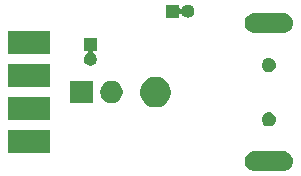
<source format=gbr>
G04 #@! TF.GenerationSoftware,KiCad,Pcbnew,(5.1.4)-1*
G04 #@! TF.CreationDate,2019-09-27T16:29:42+02:00*
G04 #@! TF.ProjectId,JoyAdapter,4a6f7941-6461-4707-9465-722e6b696361,rev?*
G04 #@! TF.SameCoordinates,Original*
G04 #@! TF.FileFunction,Soldermask,Bot*
G04 #@! TF.FilePolarity,Negative*
%FSLAX46Y46*%
G04 Gerber Fmt 4.6, Leading zero omitted, Abs format (unit mm)*
G04 Created by KiCad (PCBNEW (5.1.4)-1) date 2019-09-27 16:29:42*
%MOMM*%
%LPD*%
G04 APERTURE LIST*
%ADD10C,0.100000*%
G04 APERTURE END LIST*
D10*
G36*
X23459823Y-5011313D02*
G01*
X23620242Y-5059976D01*
X23750000Y-5129333D01*
X23768078Y-5138996D01*
X23897659Y-5245341D01*
X24004004Y-5374922D01*
X24004005Y-5374924D01*
X24083024Y-5522758D01*
X24131687Y-5683177D01*
X24148117Y-5850000D01*
X24131687Y-6016823D01*
X24083024Y-6177242D01*
X24012114Y-6309906D01*
X24004004Y-6325078D01*
X23897659Y-6454659D01*
X23768078Y-6561004D01*
X23768076Y-6561005D01*
X23620242Y-6640024D01*
X23459823Y-6688687D01*
X23334804Y-6701000D01*
X20851196Y-6701000D01*
X20726177Y-6688687D01*
X20565758Y-6640024D01*
X20417924Y-6561005D01*
X20417922Y-6561004D01*
X20288341Y-6454659D01*
X20181996Y-6325078D01*
X20173886Y-6309906D01*
X20102976Y-6177242D01*
X20054313Y-6016823D01*
X20037883Y-5850000D01*
X20054313Y-5683177D01*
X20102976Y-5522758D01*
X20181995Y-5374924D01*
X20181996Y-5374922D01*
X20288341Y-5245341D01*
X20417922Y-5138996D01*
X20436000Y-5129333D01*
X20565758Y-5059976D01*
X20726177Y-5011313D01*
X20851196Y-4999000D01*
X23334804Y-4999000D01*
X23459823Y-5011313D01*
X23459823Y-5011313D01*
G37*
G36*
X3569000Y-5129333D02*
G01*
X-13000Y-5129333D01*
X-13000Y-3180667D01*
X3569000Y-3180667D01*
X3569000Y-5129333D01*
X3569000Y-5129333D01*
G37*
G36*
X22229601Y-1714397D02*
G01*
X22268305Y-1722096D01*
X22300340Y-1735365D01*
X22377680Y-1767400D01*
X22476115Y-1833173D01*
X22559827Y-1916885D01*
X22625600Y-2015320D01*
X22670904Y-2124696D01*
X22694000Y-2240805D01*
X22694000Y-2359195D01*
X22670904Y-2475304D01*
X22625600Y-2584680D01*
X22559827Y-2683115D01*
X22476115Y-2766827D01*
X22377680Y-2832600D01*
X22300340Y-2864635D01*
X22268305Y-2877904D01*
X22229601Y-2885603D01*
X22152195Y-2901000D01*
X22033805Y-2901000D01*
X21956399Y-2885603D01*
X21917695Y-2877904D01*
X21885660Y-2864635D01*
X21808320Y-2832600D01*
X21709885Y-2766827D01*
X21626173Y-2683115D01*
X21560400Y-2584680D01*
X21515096Y-2475304D01*
X21492000Y-2359195D01*
X21492000Y-2240805D01*
X21515096Y-2124696D01*
X21560400Y-2015320D01*
X21626173Y-1916885D01*
X21709885Y-1833173D01*
X21808320Y-1767400D01*
X21885660Y-1735365D01*
X21917695Y-1722096D01*
X21956399Y-1714397D01*
X22033805Y-1699000D01*
X22152195Y-1699000D01*
X22229601Y-1714397D01*
X22229601Y-1714397D01*
G37*
G36*
X3569000Y-2359333D02*
G01*
X-13000Y-2359333D01*
X-13000Y-410667D01*
X3569000Y-410667D01*
X3569000Y-2359333D01*
X3569000Y-2359333D01*
G37*
G36*
X12876287Y1251004D02*
G01*
X13113053Y1152932D01*
X13113055Y1152931D01*
X13326139Y1010553D01*
X13507353Y829339D01*
X13649732Y616253D01*
X13747804Y379487D01*
X13797800Y128139D01*
X13797800Y-128139D01*
X13747804Y-379487D01*
X13718403Y-450466D01*
X13649731Y-616255D01*
X13507353Y-829339D01*
X13326139Y-1010553D01*
X13113055Y-1152931D01*
X13113054Y-1152932D01*
X13113053Y-1152932D01*
X12876287Y-1251004D01*
X12624939Y-1301000D01*
X12368661Y-1301000D01*
X12117313Y-1251004D01*
X11880547Y-1152932D01*
X11880546Y-1152932D01*
X11880545Y-1152931D01*
X11667461Y-1010553D01*
X11486247Y-829339D01*
X11343869Y-616255D01*
X11275197Y-450466D01*
X11245796Y-379487D01*
X11195800Y-128139D01*
X11195800Y128139D01*
X11245796Y379487D01*
X11343868Y616253D01*
X11486247Y829339D01*
X11667461Y1010553D01*
X11880545Y1152931D01*
X11880547Y1152932D01*
X12117313Y1251004D01*
X12368661Y1301000D01*
X12624939Y1301000D01*
X12876287Y1251004D01*
X12876287Y1251004D01*
G37*
G36*
X7174000Y-951000D02*
G01*
X5272000Y-951000D01*
X5272000Y951000D01*
X7174000Y951000D01*
X7174000Y-951000D01*
X7174000Y-951000D01*
G37*
G36*
X9040395Y914454D02*
G01*
X9213466Y842766D01*
X9213467Y842765D01*
X9369227Y738690D01*
X9501690Y606227D01*
X9501691Y606225D01*
X9605766Y450466D01*
X9677454Y277395D01*
X9714000Y93667D01*
X9714000Y-93667D01*
X9677454Y-277395D01*
X9605766Y-450466D01*
X9605765Y-450467D01*
X9501690Y-606227D01*
X9369227Y-738690D01*
X9290818Y-791081D01*
X9213466Y-842766D01*
X9040395Y-914454D01*
X8856667Y-951000D01*
X8669333Y-951000D01*
X8485605Y-914454D01*
X8312534Y-842766D01*
X8235182Y-791081D01*
X8156773Y-738690D01*
X8024310Y-606227D01*
X7920235Y-450467D01*
X7920234Y-450466D01*
X7848546Y-277395D01*
X7812000Y-93667D01*
X7812000Y93667D01*
X7848546Y277395D01*
X7920234Y450466D01*
X8024309Y606225D01*
X8024310Y606227D01*
X8156773Y738690D01*
X8312533Y842765D01*
X8312534Y842766D01*
X8485605Y914454D01*
X8669333Y951000D01*
X8856667Y951000D01*
X9040395Y914454D01*
X9040395Y914454D01*
G37*
G36*
X3569000Y410667D02*
G01*
X-13000Y410667D01*
X-13000Y2359333D01*
X3569000Y2359333D01*
X3569000Y410667D01*
X3569000Y410667D01*
G37*
G36*
X22229601Y2885603D02*
G01*
X22268305Y2877904D01*
X22300340Y2864635D01*
X22377680Y2832600D01*
X22476115Y2766827D01*
X22559827Y2683115D01*
X22625600Y2584680D01*
X22670904Y2475304D01*
X22694000Y2359195D01*
X22694000Y2240805D01*
X22670904Y2124696D01*
X22625600Y2015320D01*
X22559827Y1916885D01*
X22476115Y1833173D01*
X22377680Y1767400D01*
X22300340Y1735365D01*
X22268305Y1722096D01*
X22229601Y1714397D01*
X22152195Y1699000D01*
X22033805Y1699000D01*
X21956399Y1714397D01*
X21917695Y1722096D01*
X21885660Y1735365D01*
X21808320Y1767400D01*
X21709885Y1833173D01*
X21626173Y1916885D01*
X21560400Y2015320D01*
X21515096Y2124696D01*
X21492000Y2240805D01*
X21492000Y2359195D01*
X21515096Y2475304D01*
X21560400Y2584680D01*
X21626173Y2683115D01*
X21709885Y2766827D01*
X21808320Y2832600D01*
X21885660Y2864635D01*
X21917695Y2877904D01*
X21956399Y2885603D01*
X22033805Y2901000D01*
X22152195Y2901000D01*
X22229601Y2885603D01*
X22229601Y2885603D01*
G37*
G36*
X7536000Y3513000D02*
G01*
X7307735Y3513000D01*
X7283349Y3510598D01*
X7259900Y3503485D01*
X7238289Y3491934D01*
X7219347Y3476389D01*
X7203802Y3457447D01*
X7192251Y3435836D01*
X7185138Y3412387D01*
X7182736Y3388001D01*
X7185138Y3363615D01*
X7192251Y3340166D01*
X7203802Y3318555D01*
X7219347Y3299613D01*
X7238289Y3284068D01*
X7248802Y3277767D01*
X7292600Y3254356D01*
X7292602Y3254355D01*
X7292601Y3254355D01*
X7376501Y3185501D01*
X7445357Y3101600D01*
X7481995Y3033055D01*
X7496521Y3005879D01*
X7528027Y2902015D01*
X7538666Y2794000D01*
X7528027Y2685985D01*
X7496521Y2582121D01*
X7496519Y2582118D01*
X7445357Y2486400D01*
X7376501Y2402499D01*
X7292600Y2333643D01*
X7224055Y2297005D01*
X7196879Y2282479D01*
X7093015Y2250973D01*
X7012067Y2243000D01*
X6957933Y2243000D01*
X6876985Y2250973D01*
X6773121Y2282479D01*
X6745945Y2297005D01*
X6677400Y2333643D01*
X6593499Y2402499D01*
X6524643Y2486400D01*
X6473481Y2582118D01*
X6473479Y2582121D01*
X6441973Y2685985D01*
X6431334Y2794000D01*
X6441973Y2902015D01*
X6473479Y3005879D01*
X6488005Y3033055D01*
X6524643Y3101600D01*
X6593499Y3185501D01*
X6677399Y3254355D01*
X6677398Y3254355D01*
X6677400Y3254356D01*
X6721193Y3277764D01*
X6741563Y3291375D01*
X6758890Y3308702D01*
X6772504Y3329076D01*
X6781881Y3351715D01*
X6786662Y3375748D01*
X6786662Y3400252D01*
X6781882Y3424286D01*
X6772505Y3446924D01*
X6758891Y3467299D01*
X6741564Y3484626D01*
X6721190Y3498240D01*
X6698551Y3507617D01*
X6674518Y3512398D01*
X6662265Y3513000D01*
X6434000Y3513000D01*
X6434000Y4615000D01*
X7536000Y4615000D01*
X7536000Y3513000D01*
X7536000Y3513000D01*
G37*
G36*
X3569000Y3180667D02*
G01*
X-13000Y3180667D01*
X-13000Y5129333D01*
X3569000Y5129333D01*
X3569000Y3180667D01*
X3569000Y3180667D01*
G37*
G36*
X23459823Y6688687D02*
G01*
X23620242Y6640024D01*
X23705991Y6594190D01*
X23768078Y6561004D01*
X23897659Y6454659D01*
X24004004Y6325078D01*
X24004005Y6325076D01*
X24083024Y6177242D01*
X24131687Y6016823D01*
X24148117Y5850000D01*
X24131687Y5683177D01*
X24083024Y5522758D01*
X24012114Y5390094D01*
X24004004Y5374922D01*
X23897659Y5245341D01*
X23768078Y5138996D01*
X23768076Y5138995D01*
X23620242Y5059976D01*
X23459823Y5011313D01*
X23334804Y4999000D01*
X20851196Y4999000D01*
X20726177Y5011313D01*
X20565758Y5059976D01*
X20417924Y5138995D01*
X20417922Y5138996D01*
X20288341Y5245341D01*
X20181996Y5374922D01*
X20173886Y5390094D01*
X20102976Y5522758D01*
X20054313Y5683177D01*
X20037883Y5850000D01*
X20054313Y6016823D01*
X20102976Y6177242D01*
X20181995Y6325076D01*
X20181996Y6325078D01*
X20288341Y6454659D01*
X20417922Y6561004D01*
X20480009Y6594190D01*
X20565758Y6640024D01*
X20726177Y6688687D01*
X20851196Y6701000D01*
X23334804Y6701000D01*
X23459823Y6688687D01*
X23459823Y6688687D01*
G37*
G36*
X14521000Y7180735D02*
G01*
X14523402Y7156349D01*
X14530515Y7132900D01*
X14542066Y7111289D01*
X14557611Y7092347D01*
X14576553Y7076802D01*
X14598164Y7065251D01*
X14621613Y7058138D01*
X14645999Y7055736D01*
X14670385Y7058138D01*
X14693834Y7065251D01*
X14715445Y7076802D01*
X14734387Y7092347D01*
X14749932Y7111289D01*
X14756233Y7121802D01*
X14779644Y7165600D01*
X14848499Y7249501D01*
X14932400Y7318357D01*
X15000945Y7354995D01*
X15028121Y7369521D01*
X15131985Y7401027D01*
X15212933Y7409000D01*
X15267067Y7409000D01*
X15348015Y7401027D01*
X15451879Y7369521D01*
X15479055Y7354995D01*
X15547600Y7318357D01*
X15631501Y7249501D01*
X15700357Y7165600D01*
X15736995Y7097055D01*
X15751521Y7069879D01*
X15783027Y6966015D01*
X15793666Y6858000D01*
X15783027Y6749985D01*
X15751521Y6646121D01*
X15748262Y6640024D01*
X15700357Y6550400D01*
X15631501Y6466499D01*
X15547600Y6397643D01*
X15479055Y6361005D01*
X15451879Y6346479D01*
X15348015Y6314973D01*
X15267067Y6307000D01*
X15212933Y6307000D01*
X15131985Y6314973D01*
X15028121Y6346479D01*
X15000945Y6361005D01*
X14932400Y6397643D01*
X14848499Y6466499D01*
X14779645Y6550399D01*
X14773976Y6561004D01*
X14756236Y6594193D01*
X14742625Y6614563D01*
X14725298Y6631890D01*
X14704924Y6645504D01*
X14682285Y6654881D01*
X14658252Y6659662D01*
X14633748Y6659662D01*
X14609714Y6654882D01*
X14587076Y6645505D01*
X14566701Y6631891D01*
X14549374Y6614564D01*
X14535760Y6594190D01*
X14526383Y6571551D01*
X14521602Y6547518D01*
X14521000Y6535265D01*
X14521000Y6307000D01*
X13419000Y6307000D01*
X13419000Y7409000D01*
X14521000Y7409000D01*
X14521000Y7180735D01*
X14521000Y7180735D01*
G37*
M02*

</source>
